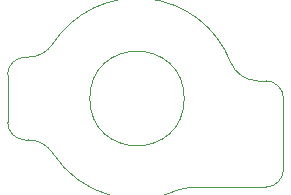
<source format=gbr>
%TF.GenerationSoftware,KiCad,Pcbnew,(5.99.0-2195-g476558ece)*%
%TF.CreationDate,2020-08-10T22:43:53-04:00*%
%TF.ProjectId,LED-daughterboard,4c45442d-6461-4756-9768-746572626f61,rev?*%
%TF.SameCoordinates,Original*%
%TF.FileFunction,Profile,NP*%
%FSLAX46Y46*%
G04 Gerber Fmt 4.6, Leading zero omitted, Abs format (unit mm)*
G04 Created by KiCad (PCBNEW (5.99.0-2195-g476558ece)) date 2020-08-10 22:43:53*
%MOMM*%
%LPD*%
G01*
G04 APERTURE LIST*
%TA.AperFunction,Profile*%
%ADD10C,0.100000*%
%TD*%
G04 APERTURE END LIST*
D10*
X-3979119Y5363635D02*
G75*
G03*
X-6074470Y6499999I-2095351J-1363636D01*
G01*
X-6317425Y6499999D02*
X-6074470Y6499999D01*
X-7817425Y7999999D02*
G75*
G03*
X-6317425Y6499999I1500000J0D01*
G01*
X-7817425Y11999999D02*
X-7817425Y7999999D01*
X-6317425Y13499999D02*
G75*
G03*
X-7817425Y11999999I0J-1500000D01*
G01*
X-6074470Y13499999D02*
X-6317425Y13499999D01*
X-6074470Y13499999D02*
G75*
G03*
X-3979119Y14636363I0J2500000D01*
G01*
X11063174Y13090908D02*
G75*
G03*
X-3979119Y14636363I-7918099J-3090909D01*
G01*
X11063173Y13090908D02*
G75*
G03*
X13392025Y11499999I2328852J909091D01*
G01*
X14045075Y11499999D02*
X13392025Y11499999D01*
X15545075Y9999999D02*
G75*
G03*
X14045075Y11499999I-1500000J0D01*
G01*
X15545075Y3999999D02*
X15545075Y9999999D01*
X14045075Y2499999D02*
G75*
G03*
X15545075Y3999999I0J1500000D01*
G01*
X7727650Y2499999D02*
X14045075Y2499999D01*
X7727650Y2500000D02*
G75*
G03*
X6686156Y2272727I0J-2500000D01*
G01*
X-3979118Y5363636D02*
G75*
G03*
X6686156Y2272727I7124193J4636363D01*
G01*
X7145075Y9999999D02*
G75*
G03*
X7145075Y9999999I-4000000J0D01*
G01*
M02*

</source>
